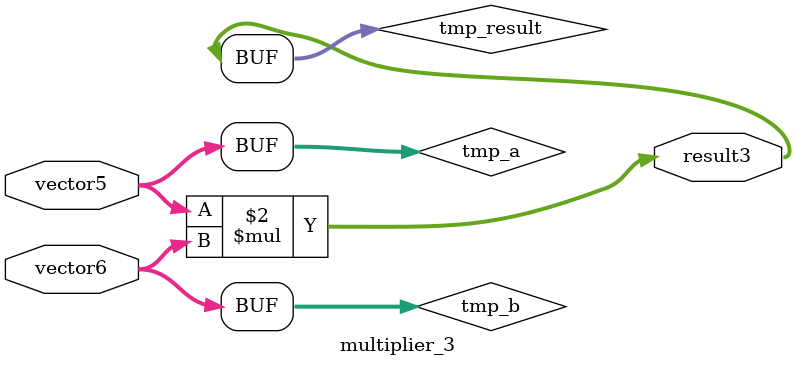
<source format=v>
`timescale 1ns / 1ps


module multiplier_3(
 input [7:0] vector5,
  input [7:0] vector6,
  output [15:0] result3
);

reg [7:0] tmp_a;
reg [7:0] tmp_b;
reg [15:0] tmp_result;

always @ (vector5 or vector6) begin
  tmp_a = vector5;
  tmp_b = vector6;
  tmp_result = tmp_a * tmp_b;
end

assign result3 = tmp_result;

endmodule

</source>
